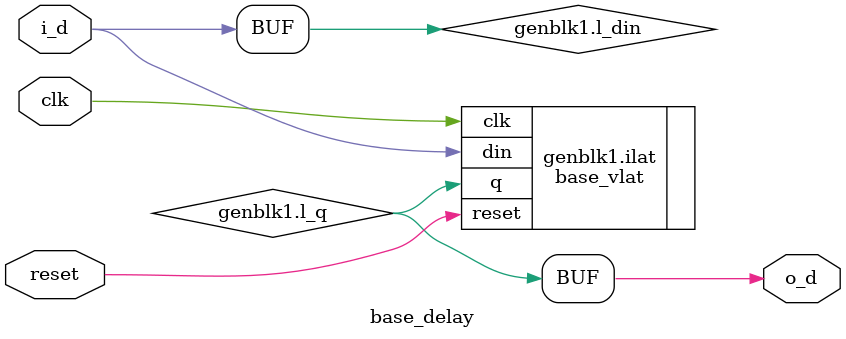
<source format=sv>
/*
 * Copyright 2017 IBM Corporation
 * Licensed to the Apache Software Foundation (ASF) under one
 * or more contributor license agreements.  See the NOTICE file
 * distributed with this work for additional information
 * regarding copyright ownership.  The ASF licenses this file
 * to you under the Apache License, Version 2.0 (the
 * "License"); you may not use this file except in compliance
 * with the License.  You may obtain a copy of the License at
 *
 *     http://www.apache.org/licenses/LICENSE-2.0
 *
 * Unless required by applicable law or agreed to in writing, software
 * distributed under the License is distributed on an "AS IS" BASIS,
 * WITHOUT WARRANTIES OR CONDITIONS OF ANY KIND, either express or implied.
 * See the License for the specific language governing permissions and
 * limitations under the License.
 *
 * Author: Andrew K Martin akmartin@us.ibm.com
 */
 
// a simple n-cycle delay
module base_delay#
  (parameter width = 1,
   parameter n = 1)
  (input clk,
   input reset,
   input [0:width-1]  i_d,
   output [0:width-1] o_d
   );

   generate
      if (n > 0)
	begin
	   wire [0:(n * width)-1] l_din, l_q;
	   
	   assign l_din[0:width-1] = i_d;
	   if (n > 1)
	     assign l_din [width:(n*width)-1] = l_q[0:((n-1)*width)-1];
	   
	   base_vlat#(.width(width*n)) ilat(.clk(clk),.reset(reset),.din(l_din),.q(l_q));
	   assign o_d = l_q[(n-1)*width:(n*width)-1];
	end
      else
	assign o_d = i_d;
   endgenerate
endmodule // base_delay


   
		  

</source>
